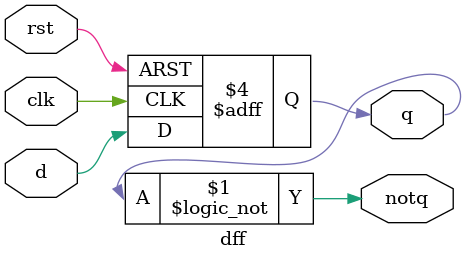
<source format=v>
module sr_latch (input S, input R, output Q);

  reg Q_reg;
  //reg Qn_reg;

  always @(S, R) begin
    if (S && ~R) begin
      Q_reg <= 1'b1;
      //Qn_reg <= 1'b0;
    end else if (R && ~S) begin
      Q_reg <= 1'b0;
      //Qn_reg <= 1'b1;
    end else begin
      Q_reg <= Q_reg;
      //Qn_reg <= Qn_reg;
    end
  end

  assign Q = Q_reg;
  //assign Qn = Qn_reg;

endmodule

module dff (
    input wire rst,
    input wire clk,
    input wire d,
    output reg q,
    output wire notq
    );

    assign notq = !q;
    always @(posedge clk or posedge rst)
        if (rst == 1) begin
            q <= 0;
        end
        else begin
            q <= d;
        end
endmodule



</source>
